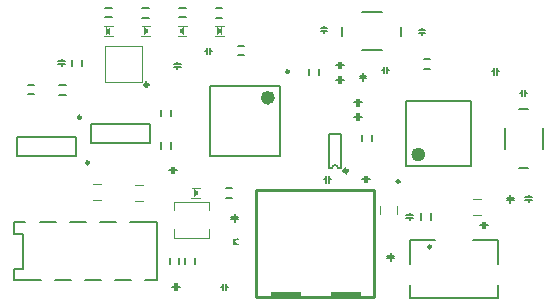
<source format=gto>
G04 Layer_Color=65535*
%FSAX24Y24*%
%MOIN*%
G70*
G01*
G75*
%ADD35C,0.0100*%
%ADD50C,0.0098*%
%ADD51C,0.0236*%
%ADD52C,0.0118*%
%ADD53C,0.0020*%
%ADD54C,0.0059*%
%ADD55C,0.0050*%
%ADD56C,0.0039*%
%ADD57C,0.0079*%
%ADD58R,0.1000X0.0175*%
G36*
X014946Y020731D02*
X015076Y020860D01*
Y020565D01*
X014946Y020695D01*
Y020570D01*
X014927D01*
Y020865D01*
X014946D01*
Y020731D01*
D02*
G37*
G36*
X017984Y015333D02*
Y015458D01*
X018003D01*
Y015162D01*
X017984D01*
Y015297D01*
X017854Y015167D01*
Y015463D01*
X017984Y015333D01*
D02*
G37*
G36*
X019294Y013781D02*
X019262Y013768D01*
X019237Y013743D01*
X019223Y013710D01*
Y013675D01*
X019237Y013642D01*
X019262Y013617D01*
X019294Y013604D01*
X019312Y013602D01*
X019172D01*
Y013783D01*
X019312D01*
X019294Y013781D01*
D02*
G37*
G36*
X018769Y020741D02*
Y020865D01*
X018789D01*
Y020570D01*
X018769D01*
Y020705D01*
X018640Y020575D01*
Y020870D01*
X018769Y020741D01*
D02*
G37*
G36*
X016312D02*
Y020865D01*
X016332D01*
Y020570D01*
X016312D01*
Y020705D01*
X016183Y020575D01*
Y020870D01*
X016312Y020741D01*
D02*
G37*
G36*
X017403Y020731D02*
X017532Y020860D01*
Y020565D01*
X017403Y020695D01*
Y020570D01*
X017383D01*
Y020865D01*
X017403D01*
Y020731D01*
D02*
G37*
D35*
X023863Y011855D02*
Y015398D01*
X019926Y011855D02*
X023863D01*
X019926Y015398D02*
X023863D01*
X019926Y011855D02*
Y015398D01*
D50*
X021026Y019364D02*
G03*
X021026Y019364I-000049J000000D01*
G01*
X025762Y013521D02*
G03*
X025762Y013521I-000049J000000D01*
G01*
X024715Y015690D02*
G03*
X024715Y015690I-000049J000000D01*
G01*
X014094Y017835D02*
G03*
X014094Y017835I-000049J000000D01*
G01*
X014355Y016325D02*
G03*
X014355Y016325I-000049J000000D01*
G01*
D51*
X020436Y018488D02*
G03*
X020436Y018488I-000118J000000D01*
G01*
X025453Y016596D02*
G03*
X025453Y016596I-000118J000000D01*
G01*
D52*
X016328Y018924D02*
G03*
X016328Y018924I-000059J000000D01*
G01*
X022859Y016043D02*
G03*
X022859Y016046I000060J000004D01*
G01*
D53*
X019312Y013783D02*
G03*
X019312Y013602I000000J-000091D01*
G01*
X019172Y013783D02*
X019312D01*
X019172Y013602D02*
Y013783D01*
Y013602D02*
X019312D01*
D54*
X022656Y016149D02*
G03*
X022469Y016149I-000093J000000D01*
G01*
X024774Y020562D02*
Y020858D01*
X023446Y021340D02*
X024134D01*
X023446Y020080D02*
X024134D01*
X022806Y020562D02*
Y020858D01*
X028702Y018124D02*
X028998D01*
X028220Y016796D02*
Y017484D01*
X029480Y016796D02*
Y017484D01*
X028702Y016156D02*
X028998D01*
X022364Y016149D02*
X022469D01*
X022654D02*
X022754D01*
X022364D02*
Y017271D01*
X022754D01*
Y016149D02*
Y017271D01*
D55*
X022207Y020891D02*
X022207Y020802D01*
X022089D02*
X022308D01*
X022089Y020723D02*
X022308D01*
X022207D02*
X022207Y020635D01*
X025453Y020656D02*
X025453Y020567D01*
X025352Y020656D02*
X025571D01*
X025352Y020735D02*
X025571D01*
X025453Y020823D02*
X025453Y020735D01*
X018592Y021485D02*
X018808D01*
X018592Y021161D02*
X018808D01*
X017363Y021170D02*
X017580D01*
X017363Y021495D02*
X017580D01*
X016135Y021485D02*
X016352D01*
X016135Y021161D02*
X016352D01*
X014907Y021170D02*
X015124D01*
X014907Y021495D02*
X015124D01*
X018219Y020057D02*
X018308Y020057D01*
Y019939D02*
X018308Y020158D01*
X018387Y019939D02*
Y020158D01*
Y020057D02*
X018475Y020057D01*
X017303Y019528D02*
X017303Y019439D01*
X017202Y019528D02*
X017421Y019528D01*
X017202Y019607D02*
X017421D01*
X017303Y019695D02*
X017303Y019607D01*
X017202Y016073D02*
X017291Y016073D01*
X017202Y015972D02*
Y016191D01*
X017123Y015972D02*
Y016191D01*
X017035Y016073D02*
X017123Y016073D01*
X022762Y019573D02*
X022851Y019573D01*
X022762Y019472D02*
X022762Y019691D01*
X022683Y019472D02*
Y019691D01*
X022595Y019573D02*
X022683Y019573D01*
X022762Y019093D02*
X022851Y019093D01*
X022762Y018992D02*
X022762Y019211D01*
X022683Y018992D02*
Y019211D01*
X022595Y019093D02*
X022683Y019093D01*
X019312Y020227D02*
X019528D01*
X019312Y019903D02*
X019528D01*
X022027Y019232D02*
Y019448D01*
X021703Y019232D02*
Y019448D01*
X025053Y011815D02*
Y012235D01*
X028000Y011815D02*
Y012235D01*
X025053Y011815D02*
X028000D01*
X027172Y013735D02*
X028000D01*
Y012956D02*
Y013735D01*
X025053D02*
X025882D01*
X025053Y012956D02*
Y013735D01*
X014117Y019542D02*
Y019758D01*
X013793Y019542D02*
Y019758D01*
X013457Y019791D02*
X013457Y019702D01*
X013339D02*
X013558D01*
X013339Y019623D02*
X013558D01*
X013457D02*
X013457Y019535D01*
X016620Y012397D02*
Y014356D01*
X012149Y012791D02*
Y013958D01*
X011860D02*
Y014352D01*
Y012397D02*
Y012791D01*
X012004D02*
X012149D01*
X011860D02*
X012004D01*
X011992Y013958D02*
X012149D01*
X011860D02*
X011992D01*
X016228Y012397D02*
X016620D01*
X015214Y012397D02*
X015766D01*
X014220D02*
X014762D01*
X013216D02*
X013758D01*
X011860Y012397D02*
X012764D01*
X011860Y014352D02*
X012238D01*
X012714Y014356D02*
X013266D01*
X013718D02*
X014260D01*
X014712D02*
X015264D01*
X015716D02*
X016620D01*
X013367Y018917D02*
X013584D01*
X013367Y018593D02*
X013584D01*
X012322Y018603D02*
X012538D01*
X012322Y018927D02*
X012538D01*
X017077Y016792D02*
Y017008D01*
X016753Y016792D02*
Y017008D01*
X016753Y017872D02*
Y018088D01*
X017077Y017872D02*
Y018088D01*
X017891Y012937D02*
Y013154D01*
X017566Y012937D02*
Y013154D01*
X017046Y012937D02*
Y013154D01*
X017370Y012937D02*
Y013154D01*
X019227Y014611D02*
X019227Y014522D01*
X019109D02*
X019328D01*
X019109Y014443D02*
X019328D01*
X019227D02*
X019227Y014355D01*
X017305Y012193D02*
X017394Y012193D01*
X017305Y012092D02*
Y012311D01*
X017226Y012092D02*
Y012311D01*
X017138Y012193D02*
X017226Y012193D01*
X018743Y012192D02*
X018831Y012192D01*
Y012074D02*
Y012293D01*
X018910Y012074D02*
Y012293D01*
Y012192D02*
X018998Y012192D01*
X018922Y015143D02*
X019138D01*
X018922Y015467D02*
X019138D01*
X029027Y015261D02*
X029027Y015172D01*
X028909D02*
X029128D01*
X028909Y015093D02*
X029128D01*
X029027D02*
X029027Y015005D01*
X028719Y018657D02*
X028808Y018657D01*
Y018539D02*
Y018758D01*
X028887Y018539D02*
Y018758D01*
Y018657D02*
X028975Y018657D01*
X023473Y017032D02*
Y017248D01*
X023797Y017032D02*
Y017248D01*
X022179Y015767D02*
X022268Y015767D01*
Y015649D02*
Y015868D01*
X022347Y015649D02*
Y015868D01*
Y015767D02*
X022435Y015767D01*
X025423Y014422D02*
Y014638D01*
X025747Y014422D02*
Y014638D01*
X027562Y014233D02*
X027651Y014233D01*
X027562Y014132D02*
Y014351D01*
X027483Y014132D02*
Y014351D01*
X027395Y014233D02*
X027483Y014233D01*
X025047Y014661D02*
X025047Y014572D01*
X024929D02*
X025148D01*
X024929Y014493D02*
X025148D01*
X025047D02*
X025047Y014405D01*
X028393Y015078D02*
X028393Y014989D01*
X028292Y015078D02*
X028511D01*
X028292Y015157D02*
X028511D01*
X028393Y015245D02*
X028393Y015157D01*
X027779Y019377D02*
X027868Y019377D01*
Y019259D02*
Y019478D01*
X027947Y019259D02*
Y019478D01*
Y019377D02*
X028035Y019377D01*
X025522Y019443D02*
X025738D01*
X025522Y019767D02*
X025738D01*
X023632Y015773D02*
X023721Y015773D01*
X023632Y015672D02*
Y015891D01*
X023553Y015672D02*
Y015891D01*
X023465Y015773D02*
X023553Y015773D01*
X023362Y017863D02*
X023451Y017863D01*
X023362Y017762D02*
Y017981D01*
X023283Y017762D02*
Y017981D01*
X023195Y017863D02*
X023283Y017863D01*
X024427Y013311D02*
X024427Y013222D01*
X024309D02*
X024528D01*
X024309Y013143D02*
X024528D01*
X024427D02*
X024427Y013055D01*
X023189Y018337D02*
X023278Y018337D01*
Y018219D02*
Y018438D01*
X023357Y018219D02*
Y018438D01*
Y018337D02*
X023445Y018337D01*
X023507Y019311D02*
X023507Y019222D01*
X023389D02*
X023608D01*
X023389Y019143D02*
X023608D01*
X023507D02*
X023507Y019055D01*
X024119Y019417D02*
X024208Y019417D01*
Y019299D02*
Y019518D01*
X024287Y019299D02*
Y019518D01*
Y019417D02*
X024375Y019417D01*
D56*
X018557Y020541D02*
X018848D01*
X018567Y020895D02*
X018857D01*
X017324D02*
X017615D01*
X017314Y020541D02*
X017605D01*
X016101D02*
X016391D01*
X016110Y020895D02*
X016401D01*
X014868D02*
X015158D01*
X014858Y020541D02*
X015148D01*
X014908Y019017D02*
X016129D01*
X014908Y020199D02*
X016129D01*
Y019017D02*
Y020199D01*
X014908Y019017D02*
Y020199D01*
X017193Y014735D02*
Y015011D01*
X018374Y014735D02*
Y015011D01*
X017193Y013829D02*
Y014105D01*
X018374Y013829D02*
Y014105D01*
X017193Y015011D02*
X018374D01*
X017193Y013829D02*
X018374D01*
X014500Y015065D02*
X014765D01*
X014495Y015600D02*
X014765D01*
X015895Y015595D02*
X016160D01*
X015895Y015060D02*
X016165D01*
X017772Y015133D02*
X018062D01*
X017782Y015487D02*
X018072D01*
X024610Y014615D02*
Y014885D01*
X024075Y014615D02*
Y014880D01*
X027155Y015120D02*
X027425D01*
X027160Y014585D02*
X027425D01*
D57*
X018389Y018881D02*
X020711D01*
X018389Y016559D02*
X020711D01*
Y018881D01*
X018389Y016559D02*
Y018881D01*
X024941Y016202D02*
X027107D01*
X024941Y018367D02*
X027107D01*
X024941Y016202D02*
Y018367D01*
X027107Y016202D02*
Y018367D01*
X011956Y017185D02*
X013924D01*
X011956Y016555D02*
X013924D01*
Y017185D01*
X011956Y016555D02*
Y017185D01*
X014426Y016975D02*
X016394D01*
X014426Y017605D02*
X016394D01*
X014426Y016975D02*
Y017605D01*
X016394Y016975D02*
Y017605D01*
D58*
X020910Y011943D02*
D03*
X022910D02*
D03*
M02*

</source>
